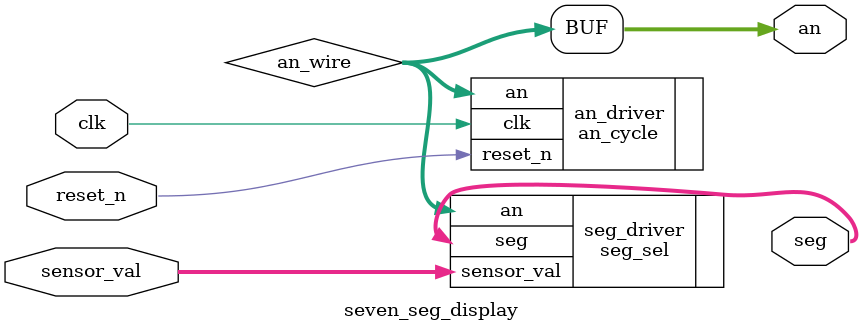
<source format=v>
`timescale 1ns / 1ps

module seven_seg_display(
    input clk,                      // Defines input 25MHz clock
    input reset_n,                  // Defines input active low reset signal
    output [3:0] an,                // Defines anodes control signal
    output [6:0] seg,               // Defines cathode control signal for seven-segment display
    input [7:0] sensor_val          // Defines sensor_val from ALS to give to the segment driver
    );                              
                                    
    wire [3:0] an_wire;             // Defines internal wire for anode control
                                    
    // **Instantiate Anode Cycling Module**
    an_cycle an_driver (            // Instantiating anode cycling module
        .clk(clk),                  // Connects 25MHz clock
        .reset_n(reset_n),          // Connects active-low reset
        .an(an_wire)                // Connects anode wire output
     );                             
                                    
    // **Instantiate Seven-Segment Display Selector**
    seg_sel seg_driver (            // Instantiating seven-segment display selection module
        .an(an_wire),               // Connects anode selection
        .seg(seg),                   // Connects segment output
        .sensor_val(sensor_val)
     );                                 
                                    
    assign an = an_wire;            // Assigns internal anode wire to module output
endmodule

</source>
